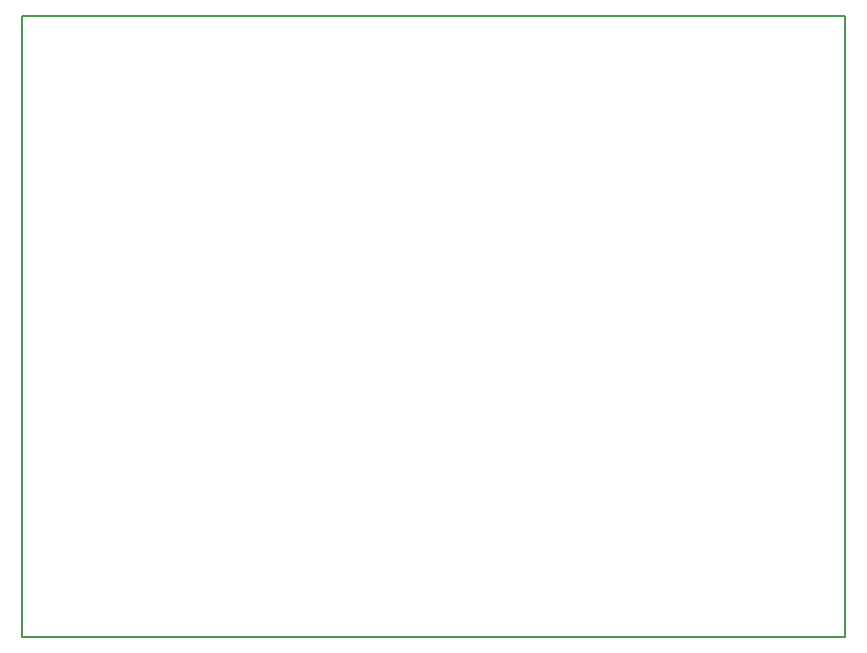
<source format=gbr>
G04 #@! TF.GenerationSoftware,KiCad,Pcbnew,5.0.2-bee76a0~70~ubuntu18.04.1*
G04 #@! TF.CreationDate,2021-06-01T15:08:51-05:00*
G04 #@! TF.ProjectId,CO2_sensorboard_slave,434f325f-7365-46e7-936f-72626f617264,rev?*
G04 #@! TF.SameCoordinates,Original*
G04 #@! TF.FileFunction,Profile,NP*
%FSLAX46Y46*%
G04 Gerber Fmt 4.6, Leading zero omitted, Abs format (unit mm)*
G04 Created by KiCad (PCBNEW 5.0.2-bee76a0~70~ubuntu18.04.1) date Tue 01 Jun 2021 03:08:51 PM CDT*
%MOMM*%
%LPD*%
G01*
G04 APERTURE LIST*
%ADD10C,0.150000*%
G04 APERTURE END LIST*
D10*
X46600000Y-46750000D02*
X116350000Y-46750000D01*
X116350000Y-46750000D02*
X116350000Y-99250000D01*
X116200000Y-99250000D02*
X46600000Y-99250000D01*
X46600000Y-99250000D02*
X46600000Y-46750000D01*
M02*

</source>
